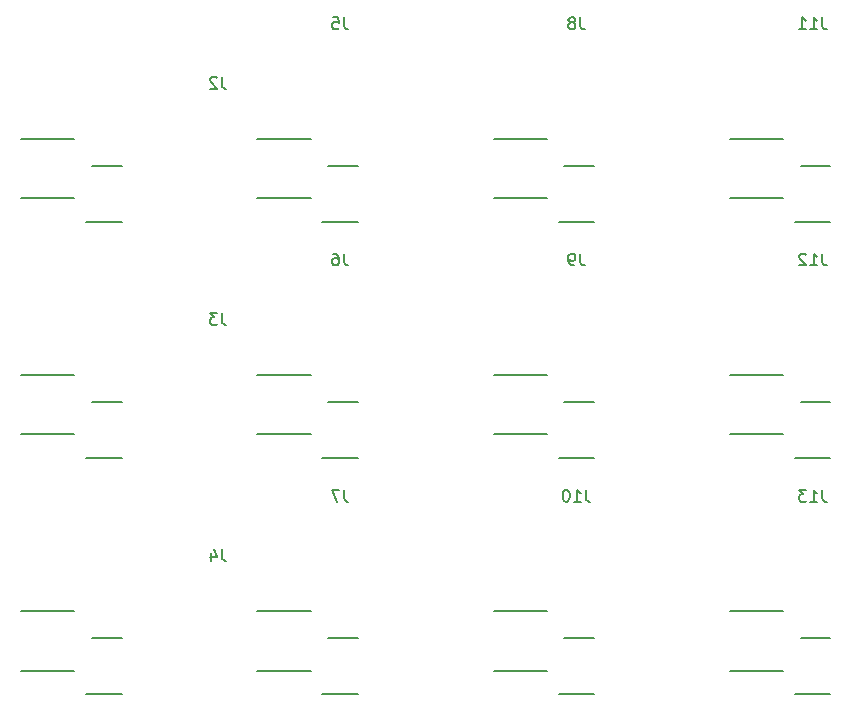
<source format=gbr>
%TF.GenerationSoftware,KiCad,Pcbnew,8.0.1*%
%TF.CreationDate,2024-09-23T21:29:01+02:00*%
%TF.ProjectId,Macro keyboard,4d616372-6f20-46b6-9579-626f6172642e,rev?*%
%TF.SameCoordinates,Original*%
%TF.FileFunction,Legend,Bot*%
%TF.FilePolarity,Positive*%
%FSLAX46Y46*%
G04 Gerber Fmt 4.6, Leading zero omitted, Abs format (unit mm)*
G04 Created by KiCad (PCBNEW 8.0.1) date 2024-09-23 21:29:01*
%MOMM*%
%LPD*%
G01*
G04 APERTURE LIST*
%ADD10C,0.150000*%
G04 APERTURE END LIST*
D10*
X218083333Y-60204819D02*
X218083333Y-60919104D01*
X218083333Y-60919104D02*
X218130952Y-61061961D01*
X218130952Y-61061961D02*
X218226190Y-61157200D01*
X218226190Y-61157200D02*
X218369047Y-61204819D01*
X218369047Y-61204819D02*
X218464285Y-61204819D01*
X217178571Y-60204819D02*
X217369047Y-60204819D01*
X217369047Y-60204819D02*
X217464285Y-60252438D01*
X217464285Y-60252438D02*
X217511904Y-60300057D01*
X217511904Y-60300057D02*
X217607142Y-60442914D01*
X217607142Y-60442914D02*
X217654761Y-60633390D01*
X217654761Y-60633390D02*
X217654761Y-61014342D01*
X217654761Y-61014342D02*
X217607142Y-61109580D01*
X217607142Y-61109580D02*
X217559523Y-61157200D01*
X217559523Y-61157200D02*
X217464285Y-61204819D01*
X217464285Y-61204819D02*
X217273809Y-61204819D01*
X217273809Y-61204819D02*
X217178571Y-61157200D01*
X217178571Y-61157200D02*
X217130952Y-61109580D01*
X217130952Y-61109580D02*
X217083333Y-61014342D01*
X217083333Y-61014342D02*
X217083333Y-60776247D01*
X217083333Y-60776247D02*
X217130952Y-60681009D01*
X217130952Y-60681009D02*
X217178571Y-60633390D01*
X217178571Y-60633390D02*
X217273809Y-60585771D01*
X217273809Y-60585771D02*
X217464285Y-60585771D01*
X217464285Y-60585771D02*
X217559523Y-60633390D01*
X217559523Y-60633390D02*
X217607142Y-60681009D01*
X217607142Y-60681009D02*
X217654761Y-60776247D01*
X258559523Y-60204819D02*
X258559523Y-60919104D01*
X258559523Y-60919104D02*
X258607142Y-61061961D01*
X258607142Y-61061961D02*
X258702380Y-61157200D01*
X258702380Y-61157200D02*
X258845237Y-61204819D01*
X258845237Y-61204819D02*
X258940475Y-61204819D01*
X257559523Y-61204819D02*
X258130951Y-61204819D01*
X257845237Y-61204819D02*
X257845237Y-60204819D01*
X257845237Y-60204819D02*
X257940475Y-60347676D01*
X257940475Y-60347676D02*
X258035713Y-60442914D01*
X258035713Y-60442914D02*
X258130951Y-60490533D01*
X257178570Y-60300057D02*
X257130951Y-60252438D01*
X257130951Y-60252438D02*
X257035713Y-60204819D01*
X257035713Y-60204819D02*
X256797618Y-60204819D01*
X256797618Y-60204819D02*
X256702380Y-60252438D01*
X256702380Y-60252438D02*
X256654761Y-60300057D01*
X256654761Y-60300057D02*
X256607142Y-60395295D01*
X256607142Y-60395295D02*
X256607142Y-60490533D01*
X256607142Y-60490533D02*
X256654761Y-60633390D01*
X256654761Y-60633390D02*
X257226189Y-61204819D01*
X257226189Y-61204819D02*
X256607142Y-61204819D01*
X238083333Y-40204819D02*
X238083333Y-40919104D01*
X238083333Y-40919104D02*
X238130952Y-41061961D01*
X238130952Y-41061961D02*
X238226190Y-41157200D01*
X238226190Y-41157200D02*
X238369047Y-41204819D01*
X238369047Y-41204819D02*
X238464285Y-41204819D01*
X237464285Y-40633390D02*
X237559523Y-40585771D01*
X237559523Y-40585771D02*
X237607142Y-40538152D01*
X237607142Y-40538152D02*
X237654761Y-40442914D01*
X237654761Y-40442914D02*
X237654761Y-40395295D01*
X237654761Y-40395295D02*
X237607142Y-40300057D01*
X237607142Y-40300057D02*
X237559523Y-40252438D01*
X237559523Y-40252438D02*
X237464285Y-40204819D01*
X237464285Y-40204819D02*
X237273809Y-40204819D01*
X237273809Y-40204819D02*
X237178571Y-40252438D01*
X237178571Y-40252438D02*
X237130952Y-40300057D01*
X237130952Y-40300057D02*
X237083333Y-40395295D01*
X237083333Y-40395295D02*
X237083333Y-40442914D01*
X237083333Y-40442914D02*
X237130952Y-40538152D01*
X237130952Y-40538152D02*
X237178571Y-40585771D01*
X237178571Y-40585771D02*
X237273809Y-40633390D01*
X237273809Y-40633390D02*
X237464285Y-40633390D01*
X237464285Y-40633390D02*
X237559523Y-40681009D01*
X237559523Y-40681009D02*
X237607142Y-40728628D01*
X237607142Y-40728628D02*
X237654761Y-40823866D01*
X237654761Y-40823866D02*
X237654761Y-41014342D01*
X237654761Y-41014342D02*
X237607142Y-41109580D01*
X237607142Y-41109580D02*
X237559523Y-41157200D01*
X237559523Y-41157200D02*
X237464285Y-41204819D01*
X237464285Y-41204819D02*
X237273809Y-41204819D01*
X237273809Y-41204819D02*
X237178571Y-41157200D01*
X237178571Y-41157200D02*
X237130952Y-41109580D01*
X237130952Y-41109580D02*
X237083333Y-41014342D01*
X237083333Y-41014342D02*
X237083333Y-40823866D01*
X237083333Y-40823866D02*
X237130952Y-40728628D01*
X237130952Y-40728628D02*
X237178571Y-40681009D01*
X237178571Y-40681009D02*
X237273809Y-40633390D01*
X207748333Y-45224819D02*
X207748333Y-45939104D01*
X207748333Y-45939104D02*
X207795952Y-46081961D01*
X207795952Y-46081961D02*
X207891190Y-46177200D01*
X207891190Y-46177200D02*
X208034047Y-46224819D01*
X208034047Y-46224819D02*
X208129285Y-46224819D01*
X207319761Y-45320057D02*
X207272142Y-45272438D01*
X207272142Y-45272438D02*
X207176904Y-45224819D01*
X207176904Y-45224819D02*
X206938809Y-45224819D01*
X206938809Y-45224819D02*
X206843571Y-45272438D01*
X206843571Y-45272438D02*
X206795952Y-45320057D01*
X206795952Y-45320057D02*
X206748333Y-45415295D01*
X206748333Y-45415295D02*
X206748333Y-45510533D01*
X206748333Y-45510533D02*
X206795952Y-45653390D01*
X206795952Y-45653390D02*
X207367380Y-46224819D01*
X207367380Y-46224819D02*
X206748333Y-46224819D01*
X258559523Y-40204819D02*
X258559523Y-40919104D01*
X258559523Y-40919104D02*
X258607142Y-41061961D01*
X258607142Y-41061961D02*
X258702380Y-41157200D01*
X258702380Y-41157200D02*
X258845237Y-41204819D01*
X258845237Y-41204819D02*
X258940475Y-41204819D01*
X257559523Y-41204819D02*
X258130951Y-41204819D01*
X257845237Y-41204819D02*
X257845237Y-40204819D01*
X257845237Y-40204819D02*
X257940475Y-40347676D01*
X257940475Y-40347676D02*
X258035713Y-40442914D01*
X258035713Y-40442914D02*
X258130951Y-40490533D01*
X256607142Y-41204819D02*
X257178570Y-41204819D01*
X256892856Y-41204819D02*
X256892856Y-40204819D01*
X256892856Y-40204819D02*
X256988094Y-40347676D01*
X256988094Y-40347676D02*
X257083332Y-40442914D01*
X257083332Y-40442914D02*
X257178570Y-40490533D01*
X218083333Y-40204819D02*
X218083333Y-40919104D01*
X218083333Y-40919104D02*
X218130952Y-41061961D01*
X218130952Y-41061961D02*
X218226190Y-41157200D01*
X218226190Y-41157200D02*
X218369047Y-41204819D01*
X218369047Y-41204819D02*
X218464285Y-41204819D01*
X217130952Y-40204819D02*
X217607142Y-40204819D01*
X217607142Y-40204819D02*
X217654761Y-40681009D01*
X217654761Y-40681009D02*
X217607142Y-40633390D01*
X217607142Y-40633390D02*
X217511904Y-40585771D01*
X217511904Y-40585771D02*
X217273809Y-40585771D01*
X217273809Y-40585771D02*
X217178571Y-40633390D01*
X217178571Y-40633390D02*
X217130952Y-40681009D01*
X217130952Y-40681009D02*
X217083333Y-40776247D01*
X217083333Y-40776247D02*
X217083333Y-41014342D01*
X217083333Y-41014342D02*
X217130952Y-41109580D01*
X217130952Y-41109580D02*
X217178571Y-41157200D01*
X217178571Y-41157200D02*
X217273809Y-41204819D01*
X217273809Y-41204819D02*
X217511904Y-41204819D01*
X217511904Y-41204819D02*
X217607142Y-41157200D01*
X217607142Y-41157200D02*
X217654761Y-41109580D01*
X207748333Y-85224819D02*
X207748333Y-85939104D01*
X207748333Y-85939104D02*
X207795952Y-86081961D01*
X207795952Y-86081961D02*
X207891190Y-86177200D01*
X207891190Y-86177200D02*
X208034047Y-86224819D01*
X208034047Y-86224819D02*
X208129285Y-86224819D01*
X206843571Y-85558152D02*
X206843571Y-86224819D01*
X207081666Y-85177200D02*
X207319761Y-85891485D01*
X207319761Y-85891485D02*
X206700714Y-85891485D01*
X258559523Y-80204819D02*
X258559523Y-80919104D01*
X258559523Y-80919104D02*
X258607142Y-81061961D01*
X258607142Y-81061961D02*
X258702380Y-81157200D01*
X258702380Y-81157200D02*
X258845237Y-81204819D01*
X258845237Y-81204819D02*
X258940475Y-81204819D01*
X257559523Y-81204819D02*
X258130951Y-81204819D01*
X257845237Y-81204819D02*
X257845237Y-80204819D01*
X257845237Y-80204819D02*
X257940475Y-80347676D01*
X257940475Y-80347676D02*
X258035713Y-80442914D01*
X258035713Y-80442914D02*
X258130951Y-80490533D01*
X257226189Y-80204819D02*
X256607142Y-80204819D01*
X256607142Y-80204819D02*
X256940475Y-80585771D01*
X256940475Y-80585771D02*
X256797618Y-80585771D01*
X256797618Y-80585771D02*
X256702380Y-80633390D01*
X256702380Y-80633390D02*
X256654761Y-80681009D01*
X256654761Y-80681009D02*
X256607142Y-80776247D01*
X256607142Y-80776247D02*
X256607142Y-81014342D01*
X256607142Y-81014342D02*
X256654761Y-81109580D01*
X256654761Y-81109580D02*
X256702380Y-81157200D01*
X256702380Y-81157200D02*
X256797618Y-81204819D01*
X256797618Y-81204819D02*
X257083332Y-81204819D01*
X257083332Y-81204819D02*
X257178570Y-81157200D01*
X257178570Y-81157200D02*
X257226189Y-81109580D01*
X207748333Y-65224819D02*
X207748333Y-65939104D01*
X207748333Y-65939104D02*
X207795952Y-66081961D01*
X207795952Y-66081961D02*
X207891190Y-66177200D01*
X207891190Y-66177200D02*
X208034047Y-66224819D01*
X208034047Y-66224819D02*
X208129285Y-66224819D01*
X207367380Y-65224819D02*
X206748333Y-65224819D01*
X206748333Y-65224819D02*
X207081666Y-65605771D01*
X207081666Y-65605771D02*
X206938809Y-65605771D01*
X206938809Y-65605771D02*
X206843571Y-65653390D01*
X206843571Y-65653390D02*
X206795952Y-65701009D01*
X206795952Y-65701009D02*
X206748333Y-65796247D01*
X206748333Y-65796247D02*
X206748333Y-66034342D01*
X206748333Y-66034342D02*
X206795952Y-66129580D01*
X206795952Y-66129580D02*
X206843571Y-66177200D01*
X206843571Y-66177200D02*
X206938809Y-66224819D01*
X206938809Y-66224819D02*
X207224523Y-66224819D01*
X207224523Y-66224819D02*
X207319761Y-66177200D01*
X207319761Y-66177200D02*
X207367380Y-66129580D01*
X238559523Y-80204819D02*
X238559523Y-80919104D01*
X238559523Y-80919104D02*
X238607142Y-81061961D01*
X238607142Y-81061961D02*
X238702380Y-81157200D01*
X238702380Y-81157200D02*
X238845237Y-81204819D01*
X238845237Y-81204819D02*
X238940475Y-81204819D01*
X237559523Y-81204819D02*
X238130951Y-81204819D01*
X237845237Y-81204819D02*
X237845237Y-80204819D01*
X237845237Y-80204819D02*
X237940475Y-80347676D01*
X237940475Y-80347676D02*
X238035713Y-80442914D01*
X238035713Y-80442914D02*
X238130951Y-80490533D01*
X236940475Y-80204819D02*
X236845237Y-80204819D01*
X236845237Y-80204819D02*
X236749999Y-80252438D01*
X236749999Y-80252438D02*
X236702380Y-80300057D01*
X236702380Y-80300057D02*
X236654761Y-80395295D01*
X236654761Y-80395295D02*
X236607142Y-80585771D01*
X236607142Y-80585771D02*
X236607142Y-80823866D01*
X236607142Y-80823866D02*
X236654761Y-81014342D01*
X236654761Y-81014342D02*
X236702380Y-81109580D01*
X236702380Y-81109580D02*
X236749999Y-81157200D01*
X236749999Y-81157200D02*
X236845237Y-81204819D01*
X236845237Y-81204819D02*
X236940475Y-81204819D01*
X236940475Y-81204819D02*
X237035713Y-81157200D01*
X237035713Y-81157200D02*
X237083332Y-81109580D01*
X237083332Y-81109580D02*
X237130951Y-81014342D01*
X237130951Y-81014342D02*
X237178570Y-80823866D01*
X237178570Y-80823866D02*
X237178570Y-80585771D01*
X237178570Y-80585771D02*
X237130951Y-80395295D01*
X237130951Y-80395295D02*
X237083332Y-80300057D01*
X237083332Y-80300057D02*
X237035713Y-80252438D01*
X237035713Y-80252438D02*
X236940475Y-80204819D01*
X238083333Y-60204819D02*
X238083333Y-60919104D01*
X238083333Y-60919104D02*
X238130952Y-61061961D01*
X238130952Y-61061961D02*
X238226190Y-61157200D01*
X238226190Y-61157200D02*
X238369047Y-61204819D01*
X238369047Y-61204819D02*
X238464285Y-61204819D01*
X237559523Y-61204819D02*
X237369047Y-61204819D01*
X237369047Y-61204819D02*
X237273809Y-61157200D01*
X237273809Y-61157200D02*
X237226190Y-61109580D01*
X237226190Y-61109580D02*
X237130952Y-60966723D01*
X237130952Y-60966723D02*
X237083333Y-60776247D01*
X237083333Y-60776247D02*
X237083333Y-60395295D01*
X237083333Y-60395295D02*
X237130952Y-60300057D01*
X237130952Y-60300057D02*
X237178571Y-60252438D01*
X237178571Y-60252438D02*
X237273809Y-60204819D01*
X237273809Y-60204819D02*
X237464285Y-60204819D01*
X237464285Y-60204819D02*
X237559523Y-60252438D01*
X237559523Y-60252438D02*
X237607142Y-60300057D01*
X237607142Y-60300057D02*
X237654761Y-60395295D01*
X237654761Y-60395295D02*
X237654761Y-60633390D01*
X237654761Y-60633390D02*
X237607142Y-60728628D01*
X237607142Y-60728628D02*
X237559523Y-60776247D01*
X237559523Y-60776247D02*
X237464285Y-60823866D01*
X237464285Y-60823866D02*
X237273809Y-60823866D01*
X237273809Y-60823866D02*
X237178571Y-60776247D01*
X237178571Y-60776247D02*
X237130952Y-60728628D01*
X237130952Y-60728628D02*
X237083333Y-60633390D01*
X218083333Y-80204819D02*
X218083333Y-80919104D01*
X218083333Y-80919104D02*
X218130952Y-81061961D01*
X218130952Y-81061961D02*
X218226190Y-81157200D01*
X218226190Y-81157200D02*
X218369047Y-81204819D01*
X218369047Y-81204819D02*
X218464285Y-81204819D01*
X217702380Y-80204819D02*
X217035714Y-80204819D01*
X217035714Y-80204819D02*
X217464285Y-81204819D01*
%TO.C,J6*%
X210750000Y-70500000D02*
X215250000Y-70500000D01*
X215250000Y-75500000D02*
X210750000Y-75500000D01*
X216250000Y-77500000D02*
X219250000Y-77500000D01*
X216750000Y-72750000D02*
X219250000Y-72750000D01*
%TO.C,J12*%
X250750000Y-70500000D02*
X255250000Y-70500000D01*
X255250000Y-75500000D02*
X250750000Y-75500000D01*
X256250000Y-77500000D02*
X259250000Y-77500000D01*
X256750000Y-72750000D02*
X259250000Y-72750000D01*
%TO.C,J8*%
X230750000Y-50500000D02*
X235250000Y-50500000D01*
X235250000Y-55500000D02*
X230750000Y-55500000D01*
X236250000Y-57500000D02*
X239250000Y-57500000D01*
X236750000Y-52750000D02*
X239250000Y-52750000D01*
%TO.C,J2*%
X190750000Y-50500000D02*
X195250000Y-50500000D01*
X195250000Y-55500000D02*
X190750000Y-55500000D01*
X196250000Y-57500000D02*
X199250000Y-57500000D01*
X196750000Y-52750000D02*
X199250000Y-52750000D01*
%TO.C,J11*%
X250750000Y-50500000D02*
X255250000Y-50500000D01*
X255250000Y-55500000D02*
X250750000Y-55500000D01*
X256250000Y-57500000D02*
X259250000Y-57500000D01*
X256750000Y-52750000D02*
X259250000Y-52750000D01*
%TO.C,J5*%
X210750000Y-50500000D02*
X215250000Y-50500000D01*
X215250000Y-55500000D02*
X210750000Y-55500000D01*
X216250000Y-57500000D02*
X219250000Y-57500000D01*
X216750000Y-52750000D02*
X219250000Y-52750000D01*
%TO.C,J4*%
X190750000Y-90500000D02*
X195250000Y-90500000D01*
X195250000Y-95500000D02*
X190750000Y-95500000D01*
X196250000Y-97500000D02*
X199250000Y-97500000D01*
X196750000Y-92750000D02*
X199250000Y-92750000D01*
%TO.C,J13*%
X250750000Y-90500000D02*
X255250000Y-90500000D01*
X255250000Y-95500000D02*
X250750000Y-95500000D01*
X256250000Y-97500000D02*
X259250000Y-97500000D01*
X256750000Y-92750000D02*
X259250000Y-92750000D01*
%TO.C,J3*%
X190750000Y-70500000D02*
X195250000Y-70500000D01*
X195250000Y-75500000D02*
X190750000Y-75500000D01*
X196250000Y-77500000D02*
X199250000Y-77500000D01*
X196750000Y-72750000D02*
X199250000Y-72750000D01*
%TO.C,J10*%
X230750000Y-90500000D02*
X235250000Y-90500000D01*
X235250000Y-95500000D02*
X230750000Y-95500000D01*
X236250000Y-97500000D02*
X239250000Y-97500000D01*
X236750000Y-92750000D02*
X239250000Y-92750000D01*
%TO.C,J9*%
X230750000Y-70500000D02*
X235250000Y-70500000D01*
X235250000Y-75500000D02*
X230750000Y-75500000D01*
X236250000Y-77500000D02*
X239250000Y-77500000D01*
X236750000Y-72750000D02*
X239250000Y-72750000D01*
%TO.C,J7*%
X210750000Y-90500000D02*
X215250000Y-90500000D01*
X215250000Y-95500000D02*
X210750000Y-95500000D01*
X216250000Y-97500000D02*
X219250000Y-97500000D01*
X216750000Y-92750000D02*
X219250000Y-92750000D01*
%TD*%
M02*

</source>
